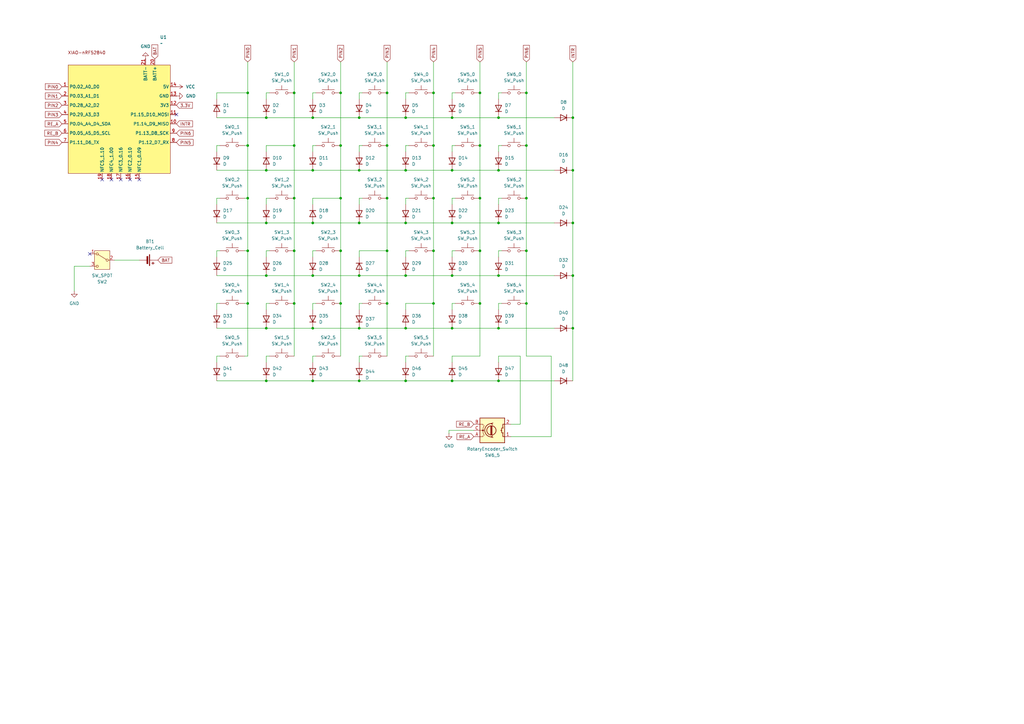
<source format=kicad_sch>
(kicad_sch (version 20250114) (generator "eeschema") (generator_version "9.0")
  (paper "A3")
  (lib_symbols
    (symbol "power:GND" (power) (pin_numbers (hide yes)) (pin_names (offset 0) (hide yes))
      (property "Value" "GND" (at 0 -3.81 0))
      (symbol "GND_0_1"
        (polyline (pts (xy 0 0) (xy 0 -1.27) (xy 1.27 -1.27) (xy 0 -2.54) (xy -1.27 -1.27) (xy 0 -1.27)))
      )
      (symbol "GND_1_1"
        (pin power_in line (at 0 0 270) (length 0) (name "~") (number "1"))
      )
    )
    (symbol "power:VCC" (power) (pin_numbers (hide yes)) (pin_names (offset 0) (hide yes))
      (property "Value" "VCC" (at 0 3.556 0))
      (symbol "VCC_0_1"
        (polyline (pts (xy -0.762 1.27) (xy 0 2.54)))
        (polyline (pts (xy 0 2.54) (xy 0.762 1.27)))
        (polyline (pts (xy 0 0) (xy 0 2.54)))
      )
      (symbol "VCC_1_1"
        (pin power_in line (at 0 0 90) (length 0) (name "~") (number "1"))
      )
    )
    (symbol "roba:Battery_Cell" (pin_numbers (hide yes)) (pin_names (offset 0) (hide yes))
      (property "Reference" "BT" (at 2.54 2.54 0))
      (property "Value" "Battery_Cell" (at 2.54 0 0))
      (symbol "Battery_Cell_0_1"
        (rectangle (start -2.286 1.778) (end 2.286 1.524) (fill (type outline)))
        (rectangle (start -1.524 1.016) (end 1.524 0.508) (fill (type outline)))
        (polyline (pts (xy 0 1.778) (xy 0 2.54)))
        (polyline (pts (xy 0 0.762) (xy 0 0)))
        (polyline (pts (xy 0.762 3.048) (xy 1.778 3.048)) (stroke (width 0.254)))
        (polyline (pts (xy 1.27 3.556) (xy 1.27 2.54)) (stroke (width 0.254)))
      )
      (symbol "Battery_Cell_1_1"
        (pin passive line (at 0 5.08 270) (length 2.54) (name "+") (number "1"))
        (pin passive line (at 0 -2.54 90) (length 2.54) (name "-") (number "2"))
      )
    )
    (symbol "roba:D" (pin_numbers (hide yes)) (pin_names (offset 1.016) (hide yes))
      (property "Reference" "D15" (at 1.1684 -2.0066 90))
      (property "Value" "D" (at -1.143 -2.0066 90))
      (symbol "D_0_1"
        (polyline (pts (xy -1.27 1.27) (xy -1.27 -1.27)) (stroke (width 0.254)))
        (polyline (pts (xy 1.27 1.27) (xy 1.27 -1.27) (xy -1.27 0) (xy 1.27 1.27)) (stroke (width 0.254)))
        (polyline (pts (xy 1.27 0) (xy -1.27 0)))
      )
      (symbol "D_1_1"
        (pin passive line (at -3.81 0 0) (length 2.54) (name "K") (number "1"))
        (pin passive line (at 3.81 0 180) (length 2.54) (name "A") (number "2"))
      )
    )
    (symbol "roba:RotaryEncoder_Switch" (pin_names (offset 0.254) (hide yes))
      (property "Reference" "SW21" (at 0 10.16 0))
      (property "Value" "RotaryEncoder_Switch" (at 0 7.62 0))
      (symbol "RotaryEncoder_Switch_0_1"
        (rectangle (start -5.08 5.08) (end 5.08 -5.08) (stroke (width 0.254)) (fill (type background)))
        (polyline (pts (xy -5.08 2.54) (xy -3.81 2.54) (xy -3.81 2.032)))
        (polyline (pts (xy -5.08 0) (xy -3.81 0) (xy -3.81 -1.016) (xy -3.302 -2.032)))
        (polyline (pts (xy -5.08 -2.54) (xy -3.81 -2.54) (xy -3.81 -2.032)))
        (polyline (pts (xy -4.318 0) (xy -3.81 0) (xy -3.81 1.016) (xy -3.302 2.032)))
        (circle (center -3.81 0) (radius 0.254) (fill (type outline)))
        (polyline (pts (xy -0.635 -1.778) (xy -0.635 1.778)) (stroke (width 0.254)))
        (circle (center -0.381 0) (radius 1.905) (stroke (width 0.254)))
        (polyline (pts (xy -0.381 -1.778) (xy -0.381 1.778)) (stroke (width 0.254)))
        (arc (start -0.381 -2.794) (mid -3.0988 -0.0635) (end -0.381 2.667) (stroke (width 0.254)))
        (polyline (pts (xy -0.127 1.778) (xy -0.127 -1.778)) (stroke (width 0.254)))
        (polyline (pts (xy 0.254 2.921) (xy -0.508 2.667) (xy 0.127 2.286)) (stroke (width 0.254)))
        (polyline (pts (xy 0.254 -3.048) (xy -0.508 -2.794) (xy 0.127 -2.413)) (stroke (width 0.254)))
        (polyline (pts (xy 3.81 1.016) (xy 3.81 -1.016)) (stroke (width 0.254)))
        (polyline (pts (xy 3.81 0) (xy 3.429 0)) (stroke (width 0.254)))
        (circle (center 4.318 1.016) (radius 0.127) (stroke (width 0.254)))
        (circle (center 4.318 -1.016) (radius 0.127) (stroke (width 0.254)))
        (polyline (pts (xy 5.08 2.54) (xy 4.318 2.54) (xy 4.318 1.016)) (stroke (width 0.254)))
        (polyline (pts (xy 5.08 -2.54) (xy 4.318 -2.54) (xy 4.318 -1.016)) (stroke (width 0.254)))
      )
      (symbol "RotaryEncoder_Switch_1_1"
        (pin passive line (at -7.62 2.54 0) (length 2.54) (name "A") (number "A"))
        (pin passive line (at -7.62 0 0) (length 2.54) (name "C") (number "C"))
        (pin passive line (at -7.62 -2.54 0) (length 2.54) (name "B") (number "B"))
        (pin passive line (at 7.62 2.54 180) (length 2.54) (name "1") (number "1"))
        (pin passive line (at 7.62 -2.54 180) (length 2.54) (name "2") (number "2"))
      )
    )
    (symbol "roba:SW_Push" (pin_numbers (hide yes)) (pin_names (offset 1.016) (hide yes))
      (property "Reference" "SW" (at 1.27 2.54 0))
      (property "Value" "SW_Push" (at 0 -1.524 0))
      (symbol "SW_Push_0_1"
        (circle (center -2.032 0) (radius 0.508))
        (polyline (pts (xy 0 1.27) (xy 0 3.048)))
        (circle (center 2.032 0) (radius 0.508))
        (polyline (pts (xy 2.54 1.27) (xy -2.54 1.27)))
        (pin passive line (at -5.08 0 0) (length 2.54) (name "1") (number "1"))
        (pin passive line (at 5.08 0 180) (length 2.54) (name "2") (number "2"))
      )
    )
    (symbol "roba:SW_SPDT" (pin_names (offset 0) (hide yes))
      (property "Reference" "SW" (at 0 5.08 0))
      (property "Value" "SW_SPDT" (at 0 -5.08 0))
      (symbol "SW_SPDT_0_1"
        (circle (center -2.032 0) (radius 0.4572))
        (polyline (pts (xy -1.651 0.254) (xy 1.651 2.286)))
        (circle (center 2.032 2.54) (radius 0.4572))
        (circle (center 2.032 -2.54) (radius 0.4572))
      )
      (symbol "SW_SPDT_1_1"
        (rectangle (start -3.175 3.81) (end 3.175 -3.81) (fill (type background)))
        (pin passive line (at -5.08 0 0) (length 2.54) (name "B") (number "2"))
        (pin passive line (at 5.08 2.54 180) (length 2.54) (name "A") (number "1"))
        (pin passive line (at 5.08 -2.54 180) (length 2.54) (name "C") (number "3"))
      )
    )
    (symbol "roba:XIAO-nRF52840"
      (property "Reference" "U" (at 13.97 -3.81 0))
      (symbol "XIAO-nRF52840_1_1"
        (text "XIAO-nRF52840" (at 20.32 -1.27 0) (effects (font (size 1.27 1.27))))
        (text_box "" (at 12.7 -6.35 0) (size 41.91 -44.45) (margins 1.016 1.016 1.016 1.016) (fill (type color) (color 255 249 138 1)) (effects (font (size 1.27 1.27)) (justify left top)))
        (pin unspecified line (at 10.16 -15.24 0) (length 2.54) (name "P0.02_A0_D0") (number "1"))
        (pin unspecified line (at 10.16 -19.05 0) (length 2.54) (name "P0.03_A1_D1") (number "2"))
        (pin unspecified line (at 10.16 -22.86 0) (length 2.54) (name "P0.28_A2_D2") (number "3"))
        (pin unspecified line (at 10.16 -26.67 0) (length 2.54) (name "P0.29_A3_D3") (number "4"))
        (pin unspecified line (at 10.16 -30.48 0) (length 2.54) (name "P0.04_A4_D4_SDA") (number "5"))
        (pin unspecified line (at 10.16 -34.29 0) (length 2.54) (name "P0.05_A5_D5_SCL") (number "6"))
        (pin unspecified line (at 10.16 -38.1 0) (length 2.54) (name "P1.11_D6_TX") (number "7"))
        (pin unspecified line (at 26.67 -53.34 90) (length 2.54) (name "NFC5_1.10") (number "19"))
        (pin unspecified line (at 30.48 -53.34 90) (length 2.54) (name "NFC4_1.00") (number "18"))
        (pin unspecified line (at 34.29 -53.34 90) (length 2.54) (name "NFC3_0.16") (number "17"))
        (pin unspecified line (at 38.1 -53.34 90) (length 2.54) (name "NFC2_0.10") (number "16"))
        (pin unspecified line (at 41.91 -53.34 90) (length 2.54) (name "NFC1_0.09") (number "15"))
        (pin unspecified line (at 44.45 -3.81 270) (length 2.54) (name "BATT-") (number "21"))
        (pin unspecified line (at 48.26 -3.81 270) (length 2.54) (name "BATT+") (number "20"))
        (pin unspecified line (at 57.15 -15.24 180) (length 2.54) (name "5V") (number "14"))
        (pin unspecified line (at 57.15 -19.05 180) (length 2.54) (name "GND") (number "13"))
        (pin unspecified line (at 57.15 -22.86 180) (length 2.54) (name "3V3") (number "12"))
        (pin unspecified line (at 57.15 -26.67 180) (length 2.54) (name "P1.15_D10_MOSI") (number "11"))
        (pin unspecified line (at 57.15 -30.48 180) (length 2.54) (name "P1.14_D9_MISO") (number "10"))
        (pin unspecified line (at 57.15 -34.29 180) (length 2.54) (name "P1.13_D8_SCK") (number "9"))
        (pin unspecified line (at 57.15 -38.1 180) (length 2.54) (name "P1.12_D7_RX") (number "8"))
      )
    )
  )
  (junction (at 158.75 59.69))
  (junction (at 128.27 113.03))
  (junction (at 139.7 102.87))
  (junction (at 101.6 59.69))
  (junction (at 139.7 81.28))
  (junction (at 158.75 124.46))
  (junction (at 234.95 48.26))
  (junction (at 166.37 48.26))
  (junction (at 158.75 102.87))
  (junction (at 128.27 48.26))
  (junction (at 120.65 102.87))
  (junction (at 139.7 124.46))
  (junction (at 177.8 38.1))
  (junction (at 234.95 113.03))
  (junction (at 147.32 48.26))
  (junction (at 147.32 156.21))
  (junction (at 204.47 91.44))
  (junction (at 204.47 113.03))
  (junction (at 109.22 48.26))
  (junction (at 166.37 69.85))
  (junction (at 120.65 59.69))
  (junction (at 166.37 113.03))
  (junction (at 158.75 81.28))
  (junction (at 204.47 134.62))
  (junction (at 120.65 81.28))
  (junction (at 196.85 124.46))
  (junction (at 185.42 69.85))
  (junction (at 128.27 69.85))
  (junction (at 109.22 134.62))
  (junction (at 196.85 59.69))
  (junction (at 234.95 69.85))
  (junction (at 234.95 91.44))
  (junction (at 177.8 81.28))
  (junction (at 120.65 38.1))
  (junction (at 139.7 38.1))
  (junction (at 101.6 124.46))
  (junction (at 139.7 59.69))
  (junction (at 120.65 124.46))
  (junction (at 177.8 124.46))
  (junction (at 101.6 81.28))
  (junction (at 215.9 81.28))
  (junction (at 101.6 102.87))
  (junction (at 196.85 38.1))
  (junction (at 204.47 156.21))
  (junction (at 166.37 134.62))
  (junction (at 196.85 81.28))
  (junction (at 215.9 102.87))
  (junction (at 128.27 156.21))
  (junction (at 166.37 156.21))
  (junction (at 166.37 91.44))
  (junction (at 158.75 38.1))
  (junction (at 196.85 102.87))
  (junction (at 109.22 156.21))
  (junction (at 109.22 113.03))
  (junction (at 204.47 69.85))
  (junction (at 185.42 91.44))
  (junction (at 128.27 134.62))
  (junction (at 215.9 124.46))
  (junction (at 147.32 69.85))
  (junction (at 109.22 91.44))
  (junction (at 185.42 113.03))
  (junction (at 234.95 134.62))
  (junction (at 185.42 156.21))
  (junction (at 109.22 69.85))
  (junction (at 215.9 59.69))
  (junction (at 128.27 91.44))
  (junction (at 204.47 48.26))
  (junction (at 147.32 91.44))
  (junction (at 177.8 59.69))
  (junction (at 185.42 48.26))
  (junction (at 147.32 134.62))
  (junction (at 177.8 102.87))
  (junction (at 185.42 134.62))
  (junction (at 101.6 38.1))
  (junction (at 215.9 38.1))
  (junction (at 147.32 113.03))
  (no_connect (at 57.15 73.66))
  (no_connect (at 49.53 73.66))
  (no_connect (at 45.72 73.66))
  (no_connect (at 36.83 104.14))
  (no_connect (at 53.34 73.66))
  (no_connect (at 72.39 46.99))
  (no_connect (at 41.91 73.66))
  (wire (pts (xy 204.47 156.21) (xy 227.33 156.21)))
  (wire (pts (xy 215.9 124.46) (xy 215.9 146.05)))
  (wire (pts (xy 215.9 102.87) (xy 215.9 124.46)))
  (wire (pts (xy 209.55 179.07) (xy 226.06 179.07)))
  (wire (pts (xy 185.42 81.28) (xy 185.42 83.82)))
  (wire (pts (xy 186.69 124.46) (xy 185.42 124.46)))
  (wire (pts (xy 128.27 38.1) (xy 128.27 40.64)))
  (wire (pts (xy 204.47 48.26) (xy 227.33 48.26)))
  (wire (pts (xy 166.37 69.85) (xy 185.42 69.85)))
  (wire (pts (xy 109.22 156.21) (xy 128.27 156.21)))
  (wire (pts (xy 215.9 81.28) (xy 215.9 102.87)))
  (wire (pts (xy 128.27 113.03) (xy 147.32 113.03)))
  (wire (pts (xy 204.47 113.03) (xy 227.33 113.03)))
  (wire (pts (xy 90.17 146.05) (xy 88.9 146.05)))
  (wire (pts (xy 186.69 38.1) (xy 185.42 38.1)))
  (wire (pts (xy 147.32 146.05) (xy 147.32 148.59)))
  (wire (pts (xy 204.47 146.05) (xy 204.47 148.59)))
  (wire (pts (xy 109.22 38.1) (xy 109.22 40.64)))
  (wire (pts (xy 101.6 102.87) (xy 101.6 124.46)))
  (wire (pts (xy 88.9 59.69) (xy 88.9 62.23)))
  (wire (pts (xy 101.6 25.4) (xy 101.6 38.1)))
  (wire (pts (xy 90.17 59.69) (xy 88.9 59.69)))
  (wire (pts (xy 186.69 81.28) (xy 185.42 81.28)))
  (wire (pts (xy 205.74 81.28) (xy 204.47 81.28)))
  (wire (pts (xy 185.42 146.05) (xy 196.85 146.05)))
  (wire (pts (xy 100.33 124.46) (xy 101.6 124.46)))
  (wire (pts (xy 184.15 176.53) (xy 184.15 177.8)))
  (wire (pts (xy 88.9 91.44) (xy 109.22 91.44)))
  (wire (pts (xy 109.22 91.44) (xy 128.27 91.44)))
  (wire (pts (xy 226.06 146.05) (xy 226.06 179.07)))
  (wire (pts (xy 120.65 38.1) (xy 120.65 59.69)))
  (wire (pts (xy 234.95 69.85) (xy 234.95 91.44)))
  (wire (pts (xy 204.47 146.05) (xy 213.36 146.05)))
  (wire (pts (xy 185.42 48.26) (xy 204.47 48.26)))
  (wire (pts (xy 166.37 81.28) (xy 166.37 83.82)))
  (wire (pts (xy 101.6 38.1) (xy 101.6 59.69)))
  (wire (pts (xy 158.75 25.4) (xy 158.75 38.1)))
  (wire (pts (xy 139.7 81.28) (xy 139.7 102.87)))
  (wire (pts (xy 128.27 69.85) (xy 147.32 69.85)))
  (wire (pts (xy 129.54 38.1) (xy 128.27 38.1)))
  (wire (pts (xy 148.59 146.05) (xy 147.32 146.05)))
  (wire (pts (xy 120.65 124.46) (xy 120.65 146.05)))
  (wire (pts (xy 88.9 102.87) (xy 88.9 105.41)))
  (wire (pts (xy 120.65 81.28) (xy 120.65 102.87)))
  (wire (pts (xy 147.32 69.85) (xy 166.37 69.85)))
  (wire (pts (xy 205.74 124.46) (xy 204.47 124.46)))
  (wire (pts (xy 128.27 102.87) (xy 128.27 105.41)))
  (wire (pts (xy 167.64 59.69) (xy 166.37 59.69)))
  (wire (pts (xy 158.75 59.69) (xy 158.75 81.28)))
  (wire (pts (xy 204.47 91.44) (xy 227.33 91.44)))
  (wire (pts (xy 204.47 102.87) (xy 204.47 105.41)))
  (wire (pts (xy 139.7 25.4) (xy 139.7 38.1)))
  (wire (pts (xy 196.85 124.46) (xy 196.85 146.05)))
  (wire (pts (xy 129.54 59.69) (xy 128.27 59.69)))
  (wire (pts (xy 128.27 134.62) (xy 147.32 134.62)))
  (wire (pts (xy 110.49 38.1) (xy 109.22 38.1)))
  (wire (pts (xy 128.27 59.69) (xy 128.27 62.23)))
  (wire (pts (xy 185.42 91.44) (xy 204.47 91.44)))
  (wire (pts (xy 234.95 48.26) (xy 234.95 69.85)))
  (wire (pts (xy 185.42 69.85) (xy 204.47 69.85)))
  (wire (pts (xy 185.42 113.03) (xy 204.47 113.03)))
  (wire (pts (xy 148.59 81.28) (xy 147.32 81.28)))
  (wire (pts (xy 88.9 81.28) (xy 88.9 83.82)))
  (wire (pts (xy 205.74 38.1) (xy 204.47 38.1)))
  (wire (pts (xy 129.54 102.87) (xy 128.27 102.87)))
  (wire (pts (xy 100.33 146.05) (xy 101.6 146.05)))
  (wire (pts (xy 128.27 48.26) (xy 147.32 48.26)))
  (wire (pts (xy 88.9 134.62) (xy 109.22 134.62)))
  (wire (pts (xy 185.42 59.69) (xy 185.42 62.23)))
  (wire (pts (xy 147.32 48.26) (xy 166.37 48.26)))
  (wire (pts (xy 166.37 124.46) (xy 177.8 124.46)))
  (wire (pts (xy 234.95 134.62) (xy 234.95 156.21)))
  (wire (pts (xy 109.22 59.69) (xy 120.65 59.69)))
  (wire (pts (xy 101.6 59.69) (xy 101.6 81.28)))
  (wire (pts (xy 177.8 25.4) (xy 177.8 38.1)))
  (wire (pts (xy 205.74 102.87) (xy 204.47 102.87)))
  (wire (pts (xy 177.8 102.87) (xy 177.8 124.46)))
  (wire (pts (xy 185.42 38.1) (xy 185.42 40.64)))
  (wire (pts (xy 166.37 134.62) (xy 185.42 134.62)))
  (wire (pts (xy 177.8 59.69) (xy 177.8 81.28)))
  (wire (pts (xy 46.99 106.68) (xy 57.15 106.68)))
  (wire (pts (xy 177.8 81.28) (xy 177.8 102.87)))
  (wire (pts (xy 128.27 81.28) (xy 139.7 81.28)))
  (wire (pts (xy 109.22 124.46) (xy 109.22 127)))
  (wire (pts (xy 196.85 38.1) (xy 196.85 59.69)))
  (wire (pts (xy 166.37 59.69) (xy 166.37 62.23)))
  (wire (pts (xy 209.55 173.99) (xy 213.36 173.99)))
  (wire (pts (xy 158.75 81.28) (xy 158.75 102.87)))
  (wire (pts (xy 166.37 102.87) (xy 166.37 105.41)))
  (wire (pts (xy 166.37 113.03) (xy 185.42 113.03)))
  (wire (pts (xy 185.42 124.46) (xy 185.42 127)))
  (wire (pts (xy 120.65 102.87) (xy 120.65 124.46)))
  (wire (pts (xy 167.64 146.05) (xy 166.37 146.05)))
  (wire (pts (xy 36.83 109.22) (xy 30.48 109.22)))
  (wire (pts (xy 204.47 69.85) (xy 227.33 69.85)))
  (wire (pts (xy 204.47 124.46) (xy 204.47 127)))
  (wire (pts (xy 88.9 40.64) (xy 88.9 38.1)))
  (wire (pts (xy 194.31 176.53) (xy 184.15 176.53)))
  (wire (pts (xy 139.7 59.69) (xy 139.7 81.28)))
  (wire (pts (xy 100.33 81.28) (xy 101.6 81.28)))
  (wire (pts (xy 88.9 146.05) (xy 88.9 148.59)))
  (wire (pts (xy 147.32 105.41) (xy 147.32 102.87)))
  (wire (pts (xy 147.32 124.46) (xy 147.32 127)))
  (wire (pts (xy 167.64 102.87) (xy 166.37 102.87)))
  (wire (pts (xy 109.22 146.05) (xy 109.22 148.59)))
  (wire (pts (xy 147.32 91.44) (xy 166.37 91.44)))
  (wire (pts (xy 110.49 146.05) (xy 109.22 146.05)))
  (wire (pts (xy 185.42 148.59) (xy 185.42 146.05)))
  (wire (pts (xy 88.9 113.03) (xy 109.22 113.03)))
  (wire (pts (xy 109.22 102.87) (xy 109.22 105.41)))
  (wire (pts (xy 120.65 59.69) (xy 120.65 81.28)))
  (wire (pts (xy 196.85 81.28) (xy 196.85 102.87)))
  (wire (pts (xy 148.59 124.46) (xy 147.32 124.46)))
  (wire (pts (xy 204.47 38.1) (xy 204.47 40.64)))
  (wire (pts (xy 185.42 156.21) (xy 204.47 156.21)))
  (wire (pts (xy 147.32 113.03) (xy 166.37 113.03)))
  (wire (pts (xy 215.9 25.4) (xy 215.9 38.1)))
  (wire (pts (xy 139.7 124.46) (xy 139.7 146.05)))
  (wire (pts (xy 234.95 25.4) (xy 234.95 48.26)))
  (wire (pts (xy 213.36 146.05) (xy 213.36 173.99)))
  (wire (pts (xy 88.9 38.1) (xy 101.6 38.1)))
  (wire (pts (xy 177.8 124.46) (xy 177.8 146.05)))
  (wire (pts (xy 147.32 156.21) (xy 166.37 156.21)))
  (wire (pts (xy 128.27 156.21) (xy 147.32 156.21)))
  (wire (pts (xy 185.42 102.87) (xy 185.42 105.41)))
  (wire (pts (xy 88.9 69.85) (xy 109.22 69.85)))
  (wire (pts (xy 166.37 38.1) (xy 166.37 40.64)))
  (wire (pts (xy 100.33 59.69) (xy 101.6 59.69)))
  (wire (pts (xy 167.64 38.1) (xy 166.37 38.1)))
  (wire (pts (xy 205.74 59.69) (xy 204.47 59.69)))
  (wire (pts (xy 185.42 134.62) (xy 204.47 134.62)))
  (wire (pts (xy 166.37 48.26) (xy 185.42 48.26)))
  (wire (pts (xy 204.47 59.69) (xy 204.47 62.23)))
  (wire (pts (xy 110.49 102.87) (xy 109.22 102.87)))
  (wire (pts (xy 147.32 102.87) (xy 158.75 102.87)))
  (wire (pts (xy 109.22 81.28) (xy 109.22 83.82)))
  (wire (pts (xy 167.64 81.28) (xy 166.37 81.28)))
  (wire (pts (xy 128.27 91.44) (xy 147.32 91.44)))
  (wire (pts (xy 100.33 102.87) (xy 101.6 102.87)))
  (wire (pts (xy 196.85 59.69) (xy 196.85 81.28)))
  (wire (pts (xy 88.9 48.26) (xy 109.22 48.26)))
  (wire (pts (xy 196.85 25.4) (xy 196.85 38.1)))
  (wire (pts (xy 128.27 146.05) (xy 128.27 148.59)))
  (wire (pts (xy 110.49 124.46) (xy 109.22 124.46)))
  (wire (pts (xy 109.22 48.26) (xy 128.27 48.26)))
  (wire (pts (xy 90.17 81.28) (xy 88.9 81.28)))
  (wire (pts (xy 128.27 83.82) (xy 128.27 81.28)))
  (wire (pts (xy 234.95 113.03) (xy 234.95 134.62)))
  (wire (pts (xy 166.37 156.21) (xy 185.42 156.21)))
  (wire (pts (xy 139.7 102.87) (xy 139.7 124.46)))
  (wire (pts (xy 158.75 124.46) (xy 158.75 146.05)))
  (wire (pts (xy 204.47 134.62) (xy 227.33 134.62)))
  (wire (pts (xy 147.32 134.62) (xy 166.37 134.62)))
  (wire (pts (xy 215.9 38.1) (xy 215.9 59.69)))
  (wire (pts (xy 120.65 25.4) (xy 120.65 38.1)))
  (wire (pts (xy 110.49 81.28) (xy 109.22 81.28)))
  (wire (pts (xy 147.32 59.69) (xy 147.32 62.23)))
  (wire (pts (xy 158.75 38.1) (xy 158.75 59.69)))
  (wire (pts (xy 101.6 124.46) (xy 101.6 146.05)))
  (wire (pts (xy 139.7 38.1) (xy 139.7 59.69)))
  (wire (pts (xy 101.6 81.28) (xy 101.6 102.87)))
  (wire (pts (xy 109.22 134.62) (xy 128.27 134.62)))
  (wire (pts (xy 186.69 59.69) (xy 185.42 59.69)))
  (wire (pts (xy 30.48 109.22) (xy 30.48 119.38)))
  (wire (pts (xy 90.17 124.46) (xy 88.9 124.46)))
  (wire (pts (xy 129.54 146.05) (xy 128.27 146.05)))
  (wire (pts (xy 234.95 91.44) (xy 234.95 113.03)))
  (wire (pts (xy 186.69 102.87) (xy 185.42 102.87)))
  (wire (pts (xy 166.37 146.05) (xy 166.37 148.59)))
  (wire (pts (xy 204.47 81.28) (xy 204.47 83.82)))
  (wire (pts (xy 177.8 38.1) (xy 177.8 59.69)))
  (wire (pts (xy 148.59 38.1) (xy 147.32 38.1)))
  (wire (pts (xy 88.9 124.46) (xy 88.9 127)))
  (wire (pts (xy 109.22 69.85) (xy 128.27 69.85)))
  (wire (pts (xy 129.54 124.46) (xy 128.27 124.46)))
  (wire (pts (xy 148.59 59.69) (xy 147.32 59.69)))
  (wire (pts (xy 109.22 62.23) (xy 109.22 59.69)))
  (wire (pts (xy 128.27 124.46) (xy 128.27 127)))
  (wire (pts (xy 88.9 156.21) (xy 109.22 156.21)))
  (wire (pts (xy 196.85 102.87) (xy 196.85 124.46)))
  (wire (pts (xy 147.32 38.1) (xy 147.32 40.64)))
  (wire (pts (xy 158.75 102.87) (xy 158.75 124.46)))
  (wire (pts (xy 166.37 127) (xy 166.37 124.46)))
  (wire (pts (xy 109.22 113.03) (xy 128.27 113.03)))
  (wire (pts (xy 215.9 146.05) (xy 226.06 146.05)))
  (wire (pts (xy 90.17 102.87) (xy 88.9 102.87)))
  (wire (pts (xy 166.37 91.44) (xy 185.42 91.44)))
  (wire (pts (xy 215.9 59.69) (xy 215.9 81.28)))
  (wire (pts (xy 147.32 81.28) (xy 147.32 83.82)))
  (global_label "PIN1" (shape input) (at 120.65 25.4 90) (property "Intersheetrefs" "${INTERSHEET_REFS}" (effects (hide yes))))
  (global_label "PIN6" (shape input) (at 72.39 54.61 0) (property "Intersheetrefs" "${INTERSHEET_REFS}" (effects (hide yes))))
  (global_label "PIN5" (shape input) (at 72.39 58.42 0) (property "Intersheetrefs" "${INTERSHEET_REFS}" (effects (hide yes))))
  (global_label "RE_A" (shape input) (at 194.31 179.07 180) (property "Intersheetrefs" "${INTERSHEET_REFS}" (effects (hide yes))))
  (global_label "RE_B" (shape input) (at 25.4 54.61 180) (property "Intersheetrefs" "${INTERSHEET_REFS}" (effects (hide yes))))
  (global_label "BAT" (shape input) (at 64.77 106.68 0) (property "Intersheetrefs" "${INTERSHEET_REFS}" (effects (hide yes))))
  (global_label "PIN1" (shape input) (at 25.4 39.37 180) (property "Intersheetrefs" "${INTERSHEET_REFS}" (effects (hide yes))))
  (global_label "PIN6" (shape input) (at 215.9 25.4 90) (property "Intersheetrefs" "${INTERSHEET_REFS}" (effects (hide yes))))
  (global_label "PIN0" (shape input) (at 101.6 25.4 90) (property "Intersheetrefs" "${INTERSHEET_REFS}" (effects (hide yes))))
  (global_label "PIN4" (shape input) (at 177.8 25.4 90) (property "Intersheetrefs" "${INTERSHEET_REFS}" (effects (hide yes))))
  (global_label "PIN2" (shape input) (at 139.7 25.4 90) (property "Intersheetrefs" "${INTERSHEET_REFS}" (effects (hide yes))))
  (global_label "BAT" (shape input) (at 63.5 24.13 90) (property "Intersheetrefs" "${INTERSHEET_REFS}" (effects (hide yes))))
  (global_label "PIN4" (shape input) (at 25.4 58.42 180) (property "Intersheetrefs" "${INTERSHEET_REFS}" (effects (hide yes))))
  (global_label "RE_A" (shape input) (at 25.4 50.8 180) (property "Intersheetrefs" "${INTERSHEET_REFS}" (effects (hide yes))))
  (global_label "RE_B" (shape input) (at 194.31 173.99 180) (property "Intersheetrefs" "${INTERSHEET_REFS}" (effects (hide yes))))
  (global_label "PIN3" (shape input) (at 25.4 46.99 180) (property "Intersheetrefs" "${INTERSHEET_REFS}" (effects (hide yes))))
  (global_label "3.3V" (shape input) (at 72.39 43.18 0) (property "Intersheetrefs" "${INTERSHEET_REFS}" (effects (hide yes))))
  (global_label "PIN3" (shape input) (at 158.75 25.4 90) (property "Intersheetrefs" "${INTERSHEET_REFS}" (effects (hide yes))))
  (global_label "INTR" (shape input) (at 72.39 50.8 0) (property "Intersheetrefs" "${INTERSHEET_REFS}" (effects (hide yes))))
  (global_label "PIN5" (shape input) (at 196.85 25.4 90) (property "Intersheetrefs" "${INTERSHEET_REFS}" (effects (hide yes))))
  (global_label "PIN0" (shape input) (at 25.4 35.56 180) (property "Intersheetrefs" "${INTERSHEET_REFS}" (effects (hide yes))))
  (global_label "INTR" (shape input) (at 234.95 25.4 90) (property "Intersheetrefs" "${INTERSHEET_REFS}" (effects (hide yes))))
  (global_label "PIN2" (shape input) (at 25.4 43.18 180) (property "Intersheetrefs" "${INTERSHEET_REFS}" (effects (hide yes))))
  (symbol (lib_id "roba:D") (at 166.37 87.63 90) (unit 1)
    (property "Reference" "D21" (at 168.91 86.3599 90) (effects (justify right)))
    (property "Value" "D" (at 168.91 88.8999 90) (effects (justify right)))
    (property "Footprint" "note96e:Diode_SMD" (effects (hide yes)))
  )
  (symbol (lib_id "roba:SW_Push") (at 191.77 124.46 0) (unit 1)
    (property "Reference" "SW5_4" (at 191.77 116.84 0))
    (property "Value" "SW_Push" (at 191.77 119.38 0))
    (property "Description" "Push button switch, generic, two pins" (effects (hide yes)))
  )
  (symbol (lib_id "roba:D") (at 147.32 130.81 90) (unit 1)
    (property "Reference" "D37" (at 149.86 130.8099 90) (effects (justify right)))
    (property "Value" "D" (at 149.86 133.3499 90) (effects (justify right)))
    (property "Footprint" "note96e:Diode_SMD" (effects (hide yes)))
  )
  (symbol (lib_id "roba:D") (at 166.37 44.45 90) (unit 1)
    (property "Reference" "D5" (at 168.91 43.1799 90) (effects (justify right)))
    (property "Value" "D" (at 168.91 45.7199 90) (effects (justify right)))
    (property "Footprint" "note96e:Diode_SMD" (effects (hide yes)))
  )
  (symbol (lib_id "roba:SW_Push") (at 134.62 38.1 0) (unit 1)
    (property "Reference" "SW2_0" (at 134.62 30.48 0))
    (property "Value" "SW_Push" (at 134.62 33.02 0))
    (property "Description" "Push button switch, generic, two pins" (effects (hide yes)))
  )
  (symbol (lib_id "roba:D") (at 147.32 109.22 270) (unit 1)
    (property "Reference" "D27" (at 149.86 107.9499 90) (effects (justify left)))
    (property "Value" "D" (at 149.86 110.4899 90) (effects (justify left)))
    (property "Footprint" "note96e:Diode_SMD" (effects (hide yes)))
  )
  (symbol (lib_id "roba:SW_Push") (at 172.72 59.69 0) (unit 1)
    (property "Reference" "SW4_1" (at 172.72 52.07 0))
    (property "Value" "SW_Push" (at 172.72 54.61 0))
    (property "Description" "Push button switch, generic, two pins" (effects (hide yes)))
  )
  (symbol (lib_id "roba:D") (at 185.42 109.22 90) (unit 1)
    (property "Reference" "D30" (at 187.96 107.9499 90) (effects (justify right)))
    (property "Value" "D" (at 187.96 110.4899 90) (effects (justify right)))
    (property "Footprint" "note96e:Diode_SMD" (effects (hide yes)))
  )
  (symbol (lib_id "roba:SW_Push") (at 153.67 59.69 0) (unit 1)
    (property "Reference" "SW3_1" (at 153.67 52.07 0))
    (property "Value" "SW_Push" (at 153.67 54.61 0))
    (property "Description" "Push button switch, generic, two pins" (effects (hide yes)))
  )
  (symbol (lib_id "roba:D") (at 231.14 69.85 180) (unit 1)
    (property "Reference" "D16" (at 231.14 63.5 0))
    (property "Value" "D" (at 231.14 66.04 0))
    (property "Footprint" "note96e:Diode_SMD" (effects (hide yes)))
  )
  (symbol (lib_id "roba:SW_Push") (at 115.57 81.28 0) (unit 1)
    (property "Reference" "SW1_2" (at 115.57 73.66 0))
    (property "Value" "SW_Push" (at 115.57 76.2 0))
    (property "Description" "Push button switch, generic, two pins" (effects (hide yes)))
  )
  (symbol (lib_id "roba:SW_Push") (at 172.72 146.05 0) (unit 1)
    (property "Reference" "SW5_5" (at 172.72 138.43 0))
    (property "Value" "SW_Push" (at 172.72 140.97 0))
    (property "Description" "Push button switch, generic, two pins" (effects (hide yes)))
  )
  (symbol (lib_id "roba:SW_Push") (at 153.67 146.05 0) (unit 1)
    (property "Reference" "SW3_5" (at 153.67 138.43 0))
    (property "Value" "SW_Push" (at 153.67 140.97 0))
    (property "Description" "Push button switch, generic, two pins" (effects (hide yes)))
  )
  (symbol (lib_id "roba:D") (at 88.9 44.45 270) (unit 1)
    (property "Reference" "D1" (at 91.44 43.1799 90) (effects (justify left)))
    (property "Value" "D" (at 91.44 45.7199 90) (effects (justify left)))
    (property "Footprint" "note96e:Diode_SMD" (effects (hide yes)))
  )
  (symbol (lib_id "roba:D") (at 128.27 130.81 90) (unit 1)
    (property "Reference" "D35" (at 130.81 129.5399 90) (effects (justify right)))
    (property "Value" "D" (at 130.81 132.0799 90) (effects (justify right)))
    (property "Footprint" "note96e:Diode_SMD" (effects (hide yes)))
  )
  (symbol (lib_id "roba:D") (at 231.14 113.03 180) (unit 1)
    (property "Reference" "D32" (at 231.14 106.68 0))
    (property "Value" "D" (at 231.14 109.22 0))
    (property "Footprint" "note96e:Diode_SMD" (effects (hide yes)))
  )
  (symbol (lib_id "roba:D") (at 185.42 152.4 270) (unit 1)
    (property "Reference" "D45" (at 187.96 151.1299 90) (effects (justify left)))
    (property "Value" "D" (at 187.96 153.6699 90) (effects (justify left)))
    (property "Footprint" "note96e:Diode_SMD" (effects (hide yes)))
  )
  (symbol (lib_id "roba:D") (at 128.27 87.63 270) (unit 1)
    (property "Reference" "D18" (at 130.81 86.3599 90) (effects (justify left)))
    (property "Value" "D" (at 130.81 88.8999 90) (effects (justify left)))
    (property "Footprint" "note96e:Diode_SMD" (effects (hide yes)))
  )
  (symbol (lib_id "roba:D") (at 204.47 130.81 90) (unit 1)
    (property "Reference" "D39" (at 207.01 129.5399 90) (effects (justify right)))
    (property "Value" "D" (at 207.01 132.0799 90) (effects (justify right)))
    (property "Footprint" "note96e:Diode_SMD" (effects (hide yes)))
  )
  (symbol (lib_id "roba:SW_Push") (at 153.67 81.28 0) (unit 1)
    (property "Reference" "SW3_2" (at 153.67 73.66 0))
    (property "Value" "SW_Push" (at 153.67 76.2 0))
    (property "Description" "Push button switch, generic, two pins" (effects (hide yes)))
  )
  (symbol (lib_id "roba:D") (at 231.14 134.62 180) (unit 1)
    (property "Reference" "D40" (at 231.14 128.27 0))
    (property "Value" "D" (at 231.14 130.81 0))
    (property "Footprint" "note96e:Diode_SMD" (effects (hide yes)))
  )
  (symbol (lib_id "roba:D") (at 128.27 152.4 90) (unit 1)
    (property "Reference" "D43" (at 130.81 151.1299 90) (effects (justify right)))
    (property "Value" "D" (at 130.81 153.6699 90) (effects (justify right)))
    (property "Footprint" "note96e:Diode_SMD" (effects (hide yes)))
  )
  (symbol (lib_id "roba:SW_Push") (at 191.77 38.1 0) (unit 1)
    (property "Reference" "SW5_0" (at 191.77 30.48 0))
    (property "Value" "SW_Push" (at 191.77 33.02 0))
    (property "Description" "Push button switch, generic, two pins" (effects (hide yes)))
  )
  (symbol (lib_id "power:GND") (at 72.39 39.37 90) (unit 1)
    (property "Reference" "#PWR02" (effects (hide yes)))
    (property "Value" "GND" (at 76.2 39.3699 90) (effects (justify right)))
    (property "Description" "Power symbol creates a global label with name \"GND\" , ground" (effects (hide yes)))
  )
  (symbol (lib_id "roba:D") (at 128.27 44.45 90) (unit 1)
    (property "Reference" "D3" (at 130.81 43.1799 90) (effects (justify right)))
    (property "Value" "D" (at 130.81 45.7199 90) (effects (justify right)))
    (property "Footprint" "note96e:Diode_SMD" (effects (hide yes)))
  )
  (symbol (lib_id "roba:D") (at 204.47 66.04 90) (unit 1)
    (property "Reference" "D15" (at 207.01 64.7699 90) (effects (justify right)))
    (property "Value" "D" (at 207.01 67.3099 90) (effects (justify right)))
    (property "Footprint" "note96e:Diode_SMD" (effects (hide yes)))
  )
  (symbol (lib_id "roba:D") (at 88.9 152.4 90) (unit 1)
    (property "Reference" "D41" (at 91.44 151.1299 90) (effects (justify right)))
    (property "Value" "D" (at 91.44 153.6699 90) (effects (justify right)))
    (property "Footprint" "note96e:Diode_SMD" (effects (hide yes)))
  )
  (symbol (lib_id "roba:D") (at 231.14 156.21 180) (unit 1)
    (property "Reference" "D48" (at 231.14 149.86 0))
    (property "Value" "D" (at 231.14 152.4 0))
    (property "Footprint" "note96e:Diode_SMD" (effects (hide yes)))
  )
  (symbol (lib_id "roba:D") (at 109.22 87.63 90) (unit 1)
    (property "Reference" "D19" (at 111.76 86.3599 90) (effects (justify right)))
    (property "Value" "D" (at 111.76 88.8999 90) (effects (justify right)))
    (property "Footprint" "note96e:Diode_SMD" (effects (hide yes)))
  )
  (symbol (lib_id "roba:SW_Push") (at 172.72 81.28 0) (unit 1)
    (property "Reference" "SW4_2" (at 172.72 73.66 0))
    (property "Value" "SW_Push" (at 172.72 76.2 0))
    (property "Description" "Push button switch, generic, two pins" (effects (hide yes)))
  )
  (symbol (lib_id "roba:D") (at 166.37 109.22 90) (unit 1)
    (property "Reference" "D29" (at 168.91 107.9499 90) (effects (justify right)))
    (property "Value" "D" (at 168.91 110.4899 90) (effects (justify right)))
    (property "Footprint" "note96e:Diode_SMD" (effects (hide yes)))
  )
  (symbol (lib_id "roba:SW_Push") (at 153.67 124.46 0) (unit 1)
    (property "Reference" "SW4_4" (at 153.67 116.84 0))
    (property "Value" "SW_Push" (at 153.67 119.38 0))
    (property "Description" "Push button switch, generic, two pins" (effects (hide yes)))
  )
  (symbol (lib_id "roba:SW_Push") (at 210.82 38.1 0) (unit 1)
    (property "Reference" "SW6_0" (at 210.82 30.48 0))
    (property "Value" "SW_Push" (at 210.82 33.02 0))
    (property "Description" "Push button switch, generic, two pins" (effects (hide yes)))
  )
  (symbol (lib_id "roba:D") (at 147.32 66.04 90) (unit 1)
    (property "Reference" "D12" (at 149.86 64.7699 90) (effects (justify right)))
    (property "Value" "D" (at 149.86 67.3099 90) (effects (justify right)))
    (property "Footprint" "note96e:Diode_SMD" (effects (hide yes)))
  )
  (symbol (lib_id "roba:D") (at 128.27 66.04 90) (unit 1)
    (property "Reference" "D11" (at 130.81 64.7699 90) (effects (justify right)))
    (property "Value" "D" (at 130.81 67.3099 90) (effects (justify right)))
    (property "Footprint" "note96e:Diode_SMD" (effects (hide yes)))
  )
  (symbol (lib_id "roba:D") (at 147.32 44.45 90) (unit 1)
    (property "Reference" "D4" (at 149.86 43.1799 90) (effects (justify right)))
    (property "Value" "D" (at 149.86 45.7199 90) (effects (justify right)))
    (property "Footprint" "note96e:Diode_SMD" (effects (hide yes)))
  )
  (symbol (lib_id "roba:D") (at 204.47 152.4 90) (unit 1)
    (property "Reference" "D47" (at 207.01 151.1299 90) (effects (justify right)))
    (property "Value" "D" (at 207.01 153.6699 90) (effects (justify right)))
    (property "Footprint" "note96e:Diode_SMD" (effects (hide yes)))
  )
  (symbol (lib_id "roba:SW_Push") (at 210.82 81.28 0) (unit 1)
    (property "Reference" "SW6_2" (at 210.82 73.66 0))
    (property "Value" "SW_Push" (at 210.82 76.2 0))
    (property "Description" "Push button switch, generic, two pins" (effects (hide yes)))
  )
  (symbol (lib_id "roba:RotaryEncoder_Switch") (at 201.93 176.53 0) (mirror x) (unit 1)
    (property "Reference" "SW6_5" (at 201.93 186.69 0))
    (property "Value" "RotaryEncoder_Switch" (at 201.93 184.15 0))
    (property "Footprint" "myfootprintLibrary:SW_MX_EC12" (effects (hide yes)))
    (property "Description" "Rotary encoder, dual channel, incremental quadrate outputs, with switch" (effects (hide yes)))
  )
  (symbol (lib_id "roba:D") (at 166.37 152.4 90) (unit 1)
    (property "Reference" "D46" (at 168.91 151.1299 90) (effects (justify right)))
    (property "Value" "D" (at 168.91 153.6699 90) (effects (justify right)))
    (property "Footprint" "note96e:Diode_SMD" (effects (hide yes)))
  )
  (symbol (lib_id "roba:D") (at 185.42 44.45 90) (unit 1)
    (property "Reference" "D6" (at 187.96 43.1799 90) (effects (justify right)))
    (property "Value" "D" (at 187.96 45.7199 90) (effects (justify right)))
    (property "Footprint" "note96e:Diode_SMD" (effects (hide yes)))
  )
  (symbol (lib_id "roba:D") (at 204.47 44.45 90) (unit 1)
    (property "Reference" "D7" (at 207.01 43.1799 90) (effects (justify right)))
    (property "Value" "D" (at 207.01 45.7199 90) (effects (justify right)))
    (property "Footprint" "note96e:Diode_SMD" (effects (hide yes)))
  )
  (symbol (lib_id "roba:D") (at 109.22 44.45 90) (unit 1)
    (property "Reference" "D2" (at 111.76 43.1799 90) (effects (justify right)))
    (property "Value" "D" (at 111.76 45.7199 90) (effects (justify right)))
    (property "Footprint" "note96e:Diode_SMD" (effects (hide yes)))
  )
  (symbol (lib_id "roba:SW_Push") (at 134.62 146.05 0) (unit 1)
    (property "Reference" "SW2_5" (at 134.62 138.43 0))
    (property "Value" "SW_Push" (at 134.62 140.97 0))
    (property "Description" "Push button switch, generic, two pins" (effects (hide yes)))
  )
  (symbol (lib_id "roba:D") (at 147.32 87.63 90) (unit 1)
    (property "Reference" "D20" (at 149.86 86.3599 90) (effects (justify right)))
    (property "Value" "D" (at 149.86 88.8999 90) (effects (justify right)))
    (property "Footprint" "note96e:Diode_SMD" (effects (hide yes)))
  )
  (symbol (lib_id "roba:SW_Push") (at 115.57 124.46 0) (unit 1)
    (property "Reference" "SW1_4" (at 115.57 116.84 0))
    (property "Value" "SW_Push" (at 115.57 119.38 0))
    (property "Description" "Push button switch, generic, two pins" (effects (hide yes)))
  )
  (symbol (lib_id "roba:D") (at 109.22 152.4 90) (unit 1)
    (property "Reference" "D42" (at 111.76 151.1299 90) (effects (justify right)))
    (property "Value" "D" (at 111.76 153.6699 90) (effects (justify right)))
    (property "Footprint" "note96e:Diode_SMD" (effects (hide yes)))
  )
  (symbol (lib_id "roba:SW_Push") (at 95.25 124.46 0) (unit 1)
    (property "Reference" "SW0_4" (at 95.25 116.84 0))
    (property "Value" "SW_Push" (at 95.25 119.38 0))
    (property "Description" "Push button switch, generic, two pins" (effects (hide yes)))
  )
  (symbol (lib_id "roba:SW_Push") (at 153.67 38.1 0) (unit 1)
    (property "Reference" "SW3_0" (at 153.67 30.48 0))
    (property "Value" "SW_Push" (at 153.67 33.02 0))
    (property "Description" "Push button switch, generic, two pins" (effects (hide yes)))
  )
  (symbol (lib_id "roba:D") (at 109.22 66.04 270) (unit 1)
    (property "Reference" "D10" (at 111.76 64.7699 90) (effects (justify left)))
    (property "Value" "D" (at 111.76 67.3099 90) (effects (justify left)))
    (property "Footprint" "note96e:Diode_SMD" (effects (hide yes)))
  )
  (symbol (lib_id "roba:D") (at 128.27 109.22 90) (unit 1)
    (property "Reference" "D28" (at 130.81 107.9499 90) (effects (justify right)))
    (property "Value" "D" (at 130.81 110.4899 90) (effects (justify right)))
    (property "Footprint" "note96e:Diode_SMD" (effects (hide yes)))
  )
  (symbol (lib_id "power:GND") (at 59.69 24.13 180) (unit 1)
    (property "Reference" "#PWR05" (effects (hide yes)))
    (property "Value" "GND" (at 59.69 19.05 0))
    (property "Description" "Power symbol creates a global label with name \"GND\" , ground" (effects (hide yes)))
  )
  (symbol (lib_id "roba:SW_Push") (at 115.57 38.1 0) (unit 1)
    (property "Reference" "SW1_0" (at 115.57 30.48 0))
    (property "Value" "SW_Push" (at 115.57 33.02 0))
    (property "Description" "Push button switch, generic, two pins" (effects (hide yes)))
  )
  (symbol (lib_id "roba:D") (at 185.42 87.63 90) (unit 1)
    (property "Reference" "D22" (at 187.96 86.3599 90) (effects (justify right)))
    (property "Value" "D" (at 187.96 88.8999 90) (effects (justify right)))
    (property "Footprint" "note96e:Diode_SMD" (effects (hide yes)))
  )
  (symbol (lib_id "roba:SW_Push") (at 134.62 102.87 0) (unit 1)
    (property "Reference" "SW2_3" (at 134.62 95.25 0))
    (property "Value" "SW_Push" (at 134.62 97.79 0))
    (property "Description" "Push button switch, generic, two pins" (effects (hide yes)))
  )
  (symbol (lib_id "roba:D") (at 166.37 130.81 270) (unit 1)
    (property "Reference" "D36" (at 168.91 129.5399 90) (effects (justify left)))
    (property "Value" "D" (at 168.91 132.0799 90) (effects (justify left)))
    (property "Footprint" "note96e:Diode_SMD" (effects (hide yes)))
  )
  (symbol (lib_id "roba:SW_Push") (at 115.57 146.05 0) (unit 1)
    (property "Reference" "SW1_5" (at 115.57 138.43 0))
    (property "Value" "SW_Push" (at 115.57 140.97 0))
    (property "Description" "Push button switch, generic, two pins" (effects (hide yes)))
  )
  (symbol (lib_id "roba:SW_Push") (at 210.82 59.69 0) (unit 1)
    (property "Reference" "SW6_1" (at 210.82 52.07 0))
    (property "Value" "SW_Push" (at 210.82 54.61 0))
    (property "Description" "Push button switch, generic, two pins" (effects (hide yes)))
  )
  (symbol (lib_id "roba:SW_Push") (at 134.62 124.46 0) (unit 1)
    (property "Reference" "SW2_4" (at 134.62 116.84 0))
    (property "Value" "SW_Push" (at 134.62 119.38 0))
    (property "Description" "Push button switch, generic, two pins" (effects (hide yes)))
  )
  (symbol (lib_id "roba:D") (at 88.9 66.04 90) (unit 1)
    (property "Reference" "D9" (at 91.44 64.7699 90) (effects (justify right)))
    (property "Value" "D" (at 91.44 67.3099 90) (effects (justify right)))
    (property "Footprint" "note96e:Diode_SMD" (effects (hide yes)))
  )
  (symbol (lib_id "roba:SW_Push") (at 191.77 59.69 0) (unit 1)
    (property "Reference" "SW5_1" (at 191.77 52.07 0))
    (property "Value" "SW_Push" (at 191.77 54.61 0))
    (property "Description" "Push button switch, generic, two pins" (effects (hide yes)))
  )
  (symbol (lib_id "roba:D") (at 166.37 66.04 90) (unit 1)
    (property "Reference" "D13" (at 168.91 64.7699 90) (effects (justify right)))
    (property "Value" "D" (at 168.91 67.3099 90) (effects (justify right)))
    (property "Footprint" "note96e:Diode_SMD" (effects (hide yes)))
  )
  (symbol (lib_id "roba:D") (at 88.9 130.81 90) (unit 1)
    (property "Reference" "D33" (at 91.44 129.5399 90) (effects (justify right)))
    (property "Value" "D" (at 91.44 132.0799 90) (effects (justify right)))
    (property "Footprint" "note96e:Diode_SMD" (effects (hide yes)))
  )
  (symbol (lib_id "power:VCC") (at 72.39 35.56 270) (unit 1)
    (property "Reference" "#PWR03" (effects (hide yes)))
    (property "Value" "VCC" (at 76.2 35.5599 90) (effects (justify left)))
    (property "Description" "Power symbol creates a global label with name \"VCC\"" (effects (hide yes)))
  )
  (symbol (lib_id "roba:D") (at 185.42 130.81 90) (unit 1)
    (property "Reference" "D38" (at 187.96 129.5399 90) (effects (justify right)))
    (property "Value" "D" (at 187.96 132.0799 90) (effects (justify right)))
    (property "Footprint" "note96e:Diode_SMD" (effects (hide yes)))
  )
  (symbol (lib_id "roba:SW_Push") (at 191.77 81.28 0) (unit 1)
    (property "Reference" "SW5_2" (at 191.77 73.66 0))
    (property "Value" "SW_Push" (at 191.77 76.2 0))
    (property "Description" "Push button switch, generic, two pins" (effects (hide yes)))
  )
  (symbol (lib_id "roba:D") (at 204.47 109.22 90) (unit 1)
    (property "Reference" "D31" (at 207.01 107.9499 90) (effects (justify right)))
    (property "Value" "D" (at 207.01 110.4899 90) (effects (justify right)))
    (property "Footprint" "note96e:Diode_SMD" (effects (hide yes)))
  )
  (symbol (lib_id "roba:SW_Push") (at 115.57 102.87 0) (unit 1)
    (property "Reference" "SW1_3" (at 115.57 95.25 0))
    (property "Value" "SW_Push" (at 115.57 97.79 0))
    (property "Description" "Push button switch, generic, two pins" (effects (hide yes)))
  )
  (symbol (lib_id "roba:SW_Push") (at 210.82 102.87 0) (unit 1)
    (property "Reference" "SW6_3" (at 210.82 95.25 0))
    (property "Value" "SW_Push" (at 210.82 97.79 0))
    (property "Description" "Push button switch, generic, two pins" (effects (hide yes)))
  )
  (symbol (lib_id "roba:XIAO-nRF52840") (at 15.24 20.32 0) (unit 1)
    (property "Reference" "U1" (at 65.6433 15.24 0) (effects (justify left)))
    (property "Value" "~" (at 65.6433 17.78 0) (effects (justify left)))
  )
  (symbol (lib_id "roba:D") (at 147.32 152.4 90) (unit 1)
    (property "Reference" "D44" (at 149.86 152.3999 90) (effects (justify right)))
    (property "Value" "D" (at 149.86 154.9399 90) (effects (justify right)))
    (property "Footprint" "note96e:Diode_SMD" (effects (hide yes)))
  )
  (symbol (lib_id "roba:SW_Push") (at 95.25 81.28 0) (unit 1)
    (property "Reference" "SW0_2" (at 95.25 73.66 0))
    (property "Value" "SW_Push" (at 95.25 76.2 0))
    (property "Description" "Push button switch, generic, two pins" (effects (hide yes)))
  )
  (symbol (lib_id "roba:D") (at 109.22 130.81 90) (unit 1)
    (property "Reference" "D34" (at 111.76 129.5399 90) (effects (justify right)))
    (property "Value" "D" (at 111.76 132.0799 90) (effects (justify right)))
    (property "Footprint" "note96e:Diode_SMD" (effects (hide yes)))
  )
  (symbol (lib_id "roba:SW_Push") (at 172.72 38.1 0) (unit 1)
    (property "Reference" "SW4_0" (at 172.72 30.48 0))
    (property "Value" "SW_Push" (at 172.72 33.02 0))
    (property "Description" "Push button switch, generic, two pins" (effects (hide yes)))
  )
  (symbol (lib_id "power:GND") (at 184.15 177.8 0) (unit 1)
    (property "Reference" "#PWR04" (effects (hide yes)))
    (property "Value" "GND" (at 184.15 182.88 0))
    (property "Description" "Power symbol creates a global label with name \"GND\" , ground" (effects (hide yes)))
  )
  (symbol (lib_id "roba:SW_Push") (at 172.72 102.87 0) (unit 1)
    (property "Reference" "SW4_3" (at 172.72 95.25 0))
    (property "Value" "SW_Push" (at 172.72 97.79 0))
    (property "Description" "Push button switch, generic, two pins" (effects (hide yes)))
  )
  (symbol (lib_id "roba:D") (at 88.9 109.22 90) (unit 1)
    (property "Reference" "D25" (at 91.44 107.9499 90) (effects (justify right)))
    (property "Value" "D" (at 91.44 110.4899 90) (effects (justify right)))
    (property "Footprint" "note96e:Diode_SMD" (effects (hide yes)))
  )
  (symbol (lib_id "roba:SW_Push") (at 210.82 124.46 0) (unit 1)
    (property "Reference" "SW6_4" (at 210.82 116.84 0))
    (property "Value" "SW_Push" (at 210.82 119.38 0))
    (property "Description" "Push button switch, generic, two pins" (effects (hide yes)))
  )
  (symbol (lib_id "roba:SW_Push") (at 134.62 59.69 0) (unit 1)
    (property "Reference" "SW2_1" (at 134.62 52.07 0))
    (property "Value" "SW_Push" (at 134.62 54.61 0))
    (property "Description" "Push button switch, generic, two pins" (effects (hide yes)))
  )
  (symbol (lib_id "roba:SW_Push") (at 191.77 102.87 0) (unit 1)
    (property "Reference" "SW5_3" (at 191.77 95.25 0))
    (property "Value" "SW_Push" (at 191.77 97.79 0))
    (property "Description" "Push button switch, generic, two pins" (effects (hide yes)))
  )
  (symbol (lib_id "roba:D") (at 231.14 48.26 180) (unit 1)
    (property "Reference" "D8" (at 231.14 41.91 0))
    (property "Value" "D" (at 231.14 44.45 0))
    (property "Footprint" "note96e:Diode_SMD" (effects (hide yes)))
  )
  (symbol (lib_id "roba:D") (at 231.14 91.44 180) (unit 1)
    (property "Reference" "D24" (at 231.14 85.09 0))
    (property "Value" "D" (at 231.14 87.63 0))
    (property "Footprint" "note96e:Diode_SMD" (effects (hide yes)))
  )
  (symbol (lib_id "roba:SW_Push") (at 95.25 102.87 0) (unit 1)
    (property "Reference" "SW0_3" (at 95.25 95.25 0))
    (property "Value" "SW_Push" (at 95.25 97.79 0))
    (property "Description" "Push button switch, generic, two pins" (effects (hide yes)))
  )
  (symbol (lib_id "roba:Battery_Cell") (at 59.69 106.68 270) (unit 1)
    (property "Reference" "BT1" (at 61.5315 99.06 90))
    (property "Value" "Battery_Cell" (at 61.5315 101.6 90))
    (property "Description" "Single-cell battery" (effects (hide yes)))
  )
  (symbol (lib_id "roba:D") (at 204.47 87.63 90) (unit 1)
    (property "Reference" "D23" (at 207.01 86.3599 90) (effects (justify right)))
    (property "Value" "D" (at 207.01 88.8999 90) (effects (justify right)))
    (property "Footprint" "note96e:Diode_SMD" (effects (hide yes)))
  )
  (symbol (lib_id "roba:D") (at 109.22 109.22 90) (unit 1)
    (property "Reference" "D26" (at 111.76 107.9499 90) (effects (justify right)))
    (property "Value" "D" (at 111.76 110.4899 90) (effects (justify right)))
    (property "Footprint" "note96e:Diode_SMD" (effects (hide yes)))
  )
  (symbol (lib_id "power:GND") (at 30.48 119.38 0) (unit 1)
    (property "Reference" "#PWR01" (effects (hide yes)))
    (property "Value" "GND" (at 30.48 124.46 0))
    (property "Description" "Power symbol creates a global label with name \"GND\" , ground" (effects (hide yes)))
  )
  (symbol (lib_id "roba:SW_SPDT") (at 41.91 106.68 0) (mirror y) (unit 1)
    (property "Reference" "SW2" (at 41.91 115.57 0))
    (property "Value" "SW_SPDT" (at 41.91 113.03 0))
    (property "Description" "Switch, single pole double throw" (effects (hide yes)))
  )
  (symbol (lib_id "roba:D") (at 185.42 66.04 90) (unit 1)
    (property "Reference" "D14" (at 187.96 64.7699 90) (effects (justify right)))
    (property "Value" "D" (at 187.96 67.3099 90) (effects (justify right)))
    (property "Footprint" "note96e:Diode_SMD" (effects (hide yes)))
  )
  (symbol (lib_id "roba:D") (at 88.9 87.63 90) (unit 1)
    (property "Reference" "D17" (at 91.44 86.3599 90) (effects (justify right)))
    (property "Value" "D" (at 91.44 88.8999 90) (effects (justify right)))
    (property "Footprint" "note96e:Diode_SMD" (effects (hide yes)))
  )
  (symbol (lib_id "roba:SW_Push") (at 95.25 146.05 0) (unit 1)
    (property "Reference" "SW0_5" (at 95.25 138.43 0))
    (property "Value" "SW_Push" (at 95.25 140.97 0))
    (property "Description" "Push button switch, generic, two pins" (effects (hide yes)))
  )
  (symbol (lib_id "roba:SW_Push") (at 95.25 59.69 0) (unit 1)
    (property "Reference" "SW0_1" (at 95.25 52.07 0))
    (property "Value" "SW_Push" (at 95.25 54.61 0))
    (property "Description" "Push button switch, generic, two pins" (effects (hide yes)))
  )
)
</source>
